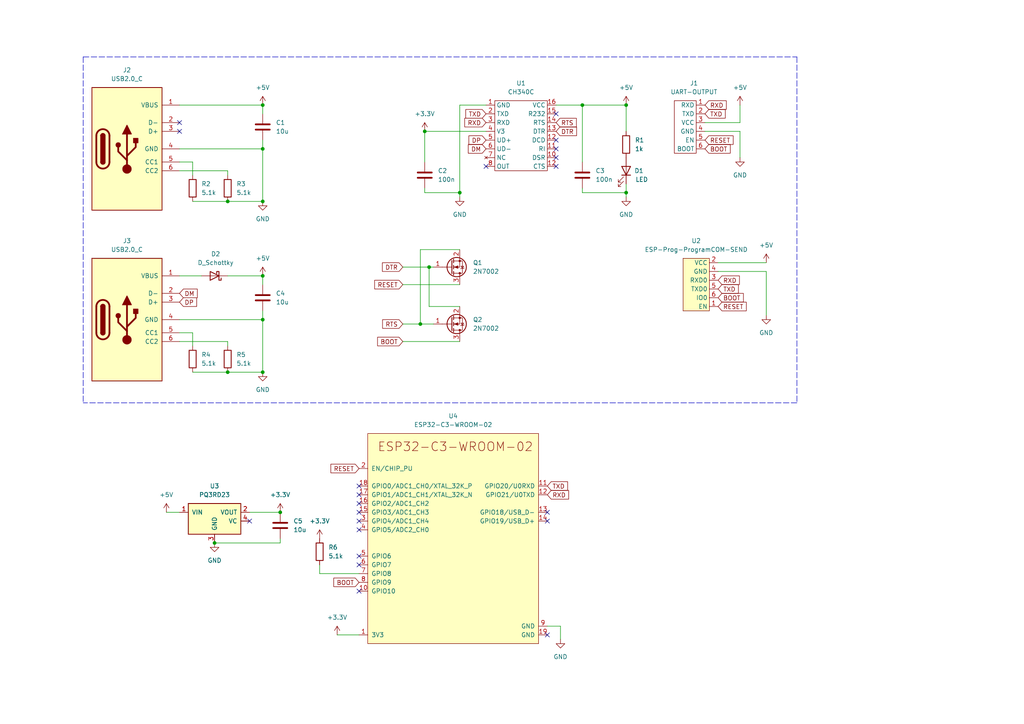
<source format=kicad_sch>
(kicad_sch (version 20211123) (generator eeschema)
  (paper "A4")
  (lib_symbols
    (symbol "$74th:ESP-Prog-ProgramCOM-SEND"
      (property "Reference" "J" (at 0 5.08 0))
      (property "Value" "ESP-Prog-ProgramCOM-SEND" (at 0 7.62 0))
      (symbol "ESP-Prog-ProgramCOM-SEND_0_1"
        (rectangle (start -3.81 3.81) (end 3.81 -11.43) (stroke (width 0.1524)) (fill (type background)))
      )
      (symbol "ESP-Prog-ProgramCOM-SEND_1_1"
        (pin input line (at 6.35 -10.16 180) (length 2.54) (name "EN") (number "1"))
        (pin power_in line (at 6.35 2.54 180) (length 2.54) (name "VCC") (number "2"))
        (pin output line (at 6.35 -2.54 180) (length 2.54) (name "RXD0") (number "3"))
        (pin power_in line (at 6.35 0 180) (length 2.54) (name "GND") (number "4"))
        (pin input line (at 6.35 -5.08 180) (length 2.54) (name "TXD0") (number "5"))
        (pin input line (at 6.35 -7.62 180) (length 2.54) (name "IO0") (number "6"))
      )
    )
    (symbol "$74th:PQ3RD23" (pin_names (offset 1.016))
      (property "Reference" "U" (at 0 0 0))
      (property "Value" "PQ3RD23" (at 0 2.54 0))
      (symbol "PQ3RD23_0_1"
        (rectangle (start -7.62 -1.27) (end 7.62 -10.16) (stroke (width 0.254)) (fill (type background)))
      )
      (symbol "PQ3RD23_1_1"
        (pin input line (at -10.16 -3.81 0) (length 2.54) (name "VIN") (number "1"))
        (pin input line (at 10.16 -3.81 180) (length 2.54) (name "VOUT") (number "2"))
        (pin input line (at 0 -12.7 90) (length 2.54) (name "GND") (number "3"))
        (pin input line (at 10.16 -6.35 180) (length 2.54) (name "VC") (number "4"))
      )
    )
    (symbol "Device:C" (pin_numbers hide) (pin_names (offset 0.254))
      (property "Reference" "C" (at 0.635 2.54 0))
      (property "Value" "C" (at 0.635 -2.54 0))
      (symbol "C_0_1"
        (polyline (pts (xy -2.032 -0.762) (xy 2.032 -0.762)) (stroke (width 0.508)))
        (polyline (pts (xy -2.032 0.762) (xy 2.032 0.762)) (stroke (width 0.508)))
      )
      (symbol "C_1_1"
        (pin passive line (at 0 3.81 270) (length 2.794) (name "~") (number "1"))
        (pin passive line (at 0 -3.81 90) (length 2.794) (name "~") (number "2"))
      )
    )
    (symbol "Device:D_Schottky" (pin_numbers hide) (pin_names (offset 1.016) hide)
      (property "Reference" "D" (at 0 2.54 0))
      (property "Value" "D_Schottky" (at 0 -2.54 0))
      (symbol "D_Schottky_0_1"
        (polyline (pts (xy 1.27 0) (xy -1.27 0)))
        (polyline (pts (xy 1.27 1.27) (xy 1.27 -1.27) (xy -1.27 0) (xy 1.27 1.27)) (stroke (width 0.254)))
        (polyline (pts (xy -1.905 0.635) (xy -1.905 1.27) (xy -1.27 1.27) (xy -1.27 -1.27) (xy -0.635 -1.27) (xy -0.635 -0.635)) (stroke (width 0.254)))
      )
      (symbol "D_Schottky_1_1"
        (pin passive line (at -3.81 0 0) (length 2.54) (name "K") (number "1"))
        (pin passive line (at 3.81 0 180) (length 2.54) (name "A") (number "2"))
      )
    )
    (symbol "Device:LED" (pin_numbers hide) (pin_names (offset 1.016) hide)
      (property "Reference" "D" (at 0 2.54 0))
      (property "Value" "LED" (at 0 -2.54 0))
      (symbol "LED_0_1"
        (polyline (pts (xy -1.27 -1.27) (xy -1.27 1.27)) (stroke (width 0.254)))
        (polyline (pts (xy -1.27 0) (xy 1.27 0)))
        (polyline (pts (xy 1.27 -1.27) (xy 1.27 1.27) (xy -1.27 0) (xy 1.27 -1.27)) (stroke (width 0.254)))
        (polyline (pts (xy -3.048 -0.762) (xy -4.572 -2.286) (xy -3.81 -2.286) (xy -4.572 -2.286) (xy -4.572 -1.524)))
        (polyline (pts (xy -1.778 -0.762) (xy -3.302 -2.286) (xy -2.54 -2.286) (xy -3.302 -2.286) (xy -3.302 -1.524)))
      )
      (symbol "LED_1_1"
        (pin passive line (at -3.81 0 0) (length 2.54) (name "K") (number "1"))
        (pin passive line (at 3.81 0 180) (length 2.54) (name "A") (number "2"))
      )
    )
    (symbol "Device:R" (pin_numbers hide) (pin_names (offset 0))
      (property "Reference" "R" (at 2.032 0 90))
      (property "Value" "R" (at 0 0 90))
      (symbol "R_0_1"
        (rectangle (start -1.016 -2.54) (end 1.016 2.54) (stroke (width 0.254)))
      )
      (symbol "R_1_1"
        (pin passive line (at 0 3.81 270) (length 1.27) (name "~") (number "1"))
        (pin passive line (at 0 -3.81 90) (length 1.27) (name "~") (number "2"))
      )
    )
    (symbol "Espressif:ESP32-C3-WROOM-02" (pin_names (offset 1.016))
      (property "Reference" "U" (at 0 33.02 0))
      (property "Value" "ESP32-C3-WROOM-02" (at 0 -30.48 0))
      (symbol "ESP32-C3-WROOM-02_0_0"
        (text "ESP32-C3-WROOM-02" (at 1.27 27.94 0) (effects (font (size 2.54 2.54))))
      )
      (symbol "ESP32-C3-WROOM-02_0_1"
        (rectangle (start -24.13 31.75) (end 25.4 -29.21) (fill (type background)))
      )
      (symbol "ESP32-C3-WROOM-02_1_1"
        (pin power_in line (at -26.67 -26.67 0) (length 2.54) (name "3V3") (number "1"))
        (pin bidirectional line (at -26.67 -13.97 0) (length 2.54) (name "GPIO10") (number "10"))
        (pin bidirectional line (at 27.94 16.51 180) (length 2.54) (name "GPIO20/U0RXD") (number "11"))
        (pin bidirectional line (at 27.94 13.97 180) (length 2.54) (name "GPIO21/U0TXD") (number "12"))
        (pin bidirectional line (at 27.94 8.89 180) (length 2.54) (name "GPIO18/USB_D-") (number "13"))
        (pin bidirectional line (at 27.94 6.35 180) (length 2.54) (name "GPIO19/USB_D+") (number "14"))
        (pin bidirectional line (at -26.67 8.89 0) (length 2.54) (name "GPIO3/ADC1_CH3") (number "15"))
        (pin bidirectional line (at -26.67 11.43 0) (length 2.54) (name "GPIO2/ADC1_CH2") (number "16"))
        (pin bidirectional line (at -26.67 13.97 0) (length 2.54) (name "GPIO1/ADC1_CH1/XTAL_32K_N") (number "17"))
        (pin bidirectional line (at -26.67 16.51 0) (length 2.54) (name "GPIO0/ADC1_CH0/XTAL_32K_P") (number "18"))
        (pin power_in line (at 27.94 -26.67 180) (length 2.54) (name "GND") (number "19"))
        (pin input line (at -26.67 21.59 0) (length 2.54) (name "EN/CHIP_PU") (number "2"))
        (pin bidirectional line (at -26.67 6.35 0) (length 2.54) (name "GPIO4/ADC1_CH4") (number "3"))
        (pin bidirectional line (at -26.67 3.81 0) (length 2.54) (name "GPIO5/ADC2_CH0") (number "4"))
        (pin bidirectional line (at -26.67 -3.81 0) (length 2.54) (name "GPIO6") (number "5"))
        (pin bidirectional line (at -26.67 -6.35 0) (length 2.54) (name "GPIO7") (number "6"))
        (pin bidirectional line (at -26.67 -8.89 0) (length 2.54) (name "GPIO8") (number "7"))
        (pin bidirectional line (at -26.67 -11.43 0) (length 2.54) (name "GPIO9") (number "8"))
        (pin power_in line (at 27.94 -24.13 180) (length 2.54) (name "GND") (number "9"))
      )
    )
    (symbol "Transistor_FET:2N7002" (pin_names hide)
      (property "Reference" "Q" (at 5.08 1.905 0))
      (property "Value" "2N7002" (at 5.08 0 0))
      (symbol "2N7002_0_1"
        (polyline (pts (xy 0.254 0) (xy -2.54 0)))
        (polyline (pts (xy 0.254 1.905) (xy 0.254 -1.905)) (stroke (width 0.254)))
        (polyline (pts (xy 0.762 -1.27) (xy 0.762 -2.286)) (stroke (width 0.254)))
        (polyline (pts (xy 0.762 0.508) (xy 0.762 -0.508)) (stroke (width 0.254)))
        (polyline (pts (xy 0.762 2.286) (xy 0.762 1.27)) (stroke (width 0.254)))
        (polyline (pts (xy 2.54 2.54) (xy 2.54 1.778)))
        (polyline (pts (xy 2.54 -2.54) (xy 2.54 0) (xy 0.762 0)))
        (polyline (pts (xy 0.762 -1.778) (xy 3.302 -1.778) (xy 3.302 1.778) (xy 0.762 1.778)))
        (polyline (pts (xy 1.016 0) (xy 2.032 0.381) (xy 2.032 -0.381) (xy 1.016 0)) (fill (type outline)))
        (polyline (pts (xy 2.794 0.508) (xy 2.921 0.381) (xy 3.683 0.381) (xy 3.81 0.254)))
        (polyline (pts (xy 3.302 0.381) (xy 2.921 -0.254) (xy 3.683 -0.254) (xy 3.302 0.381)))
        (circle (center 1.651 0) (radius 2.794) (stroke (width 0.254)))
        (circle (center 2.54 -1.778) (radius 0.254) (fill (type outline)))
        (circle (center 2.54 1.778) (radius 0.254) (fill (type outline)))
      )
      (symbol "2N7002_1_1"
        (pin input line (at -5.08 0 0) (length 2.54) (name "G") (number "1"))
        (pin passive line (at 2.54 -5.08 90) (length 2.54) (name "S") (number "2"))
        (pin passive line (at 2.54 5.08 270) (length 2.54) (name "D") (number "3"))
      )
    )
    (symbol "esp32-dev-board:CH340C"
      (property "Reference" "U" (at 0 7.62 0))
      (property "Value" "CH340C" (at 0 10.16 0))
      (symbol "CH340C_0_1"
        (rectangle (start -7.62 6.35) (end 7.62 -13.97) (stroke (width 0.1524)))
      )
      (symbol "CH340C_1_1"
        (pin power_in line (at -10.16 5.08 0) (length 2.54) (name "GND") (number "1"))
        (pin output line (at 10.16 -10.16 180) (length 2.54) (name "DSR") (number "10"))
        (pin output line (at 10.16 -7.62 180) (length 2.54) (name "RI") (number "11"))
        (pin output line (at 10.16 -12.7 180) (length 2.54) (name "CTS") (number "12"))
        (pin output line (at 10.16 -5.08 180) (length 2.54) (name "DCD") (number "12"))
        (pin output line (at 10.16 -2.54 180) (length 2.54) (name "DTR") (number "13"))
        (pin output line (at 10.16 0 180) (length 2.54) (name "RTS") (number "14"))
        (pin input line (at 10.16 2.54 180) (length 2.54) (name "R232") (number "15"))
        (pin power_in line (at 10.16 5.08 180) (length 2.54) (name "VCC") (number "16"))
        (pin output line (at -10.16 2.54 0) (length 2.54) (name "TXD") (number "2"))
        (pin input line (at -10.16 0 0) (length 2.54) (name "RXD") (number "3"))
        (pin power_out line (at -10.16 -2.54 0) (length 2.54) (name "V3") (number "4"))
        (pin bidirectional line (at -10.16 -5.08 0) (length 2.54) (name "UD+") (number "5"))
        (pin bidirectional line (at -10.16 -7.62 0) (length 2.54) (name "UD-") (number "6"))
        (pin no_connect line (at -10.16 -10.16 0) (length 2.54) (name "NC") (number "7"))
        (pin output line (at -10.16 -12.7 0) (length 2.54) (name "OUT") (number "8"))
      )
    )
    (symbol "esp32-dev-board:UART-OUTPUT"
      (property "Reference" "J" (at 0 1.27 0))
      (property "Value" "UART-OUTPUT" (at 0 2.54 0))
      (symbol "UART-OUTPUT_0_1"
        (rectangle (start 2.54 0) (end -3.81 -15.24) (stroke (width 0.1524)))
        (rectangle (start 7.62 -1.27) (end 7.62 -1.27) (stroke (width 0.1524)))
        (rectangle (start 7.62 -1.27) (end 7.62 -1.27) (stroke (width 0.1524)))
      )
      (symbol "UART-OUTPUT_1_1"
        (pin output line (at 5.08 -1.27 180) (length 2.54) (name "RXD") (number "1"))
        (pin input line (at 5.08 -3.81 180) (length 2.54) (name "TXD") (number "2"))
        (pin power_in line (at 5.08 -6.35 180) (length 2.54) (name "VCC") (number "3"))
        (pin power_in line (at 5.08 -8.89 180) (length 2.54) (name "GND") (number "4"))
        (pin input line (at 5.08 -11.43 180) (length 2.54) (name "EN") (number "5"))
        (pin input line (at 5.08 -13.97 180) (length 2.54) (name "BOOT") (number "6"))
      )
    )
    (symbol "esp32-dev-board:USB2.0_C" (pin_names (offset 1.016))
      (property "Reference" "J" (at -10.16 19.05 0))
      (property "Value" "USB2.0_C" (at 12.7 19.05 0))
      (symbol "USB2.0_C_0_1"
        (rectangle (start -10.16 17.78) (end 10.16 -17.78) (stroke (width 0.254)) (fill (type background)))
        (arc (start -8.89 -3.81) (mid -6.985 -5.715) (end -5.08 -3.81) (stroke (width 0.508)))
        (arc (start -7.62 -3.81) (mid -6.985 -4.445) (end -6.35 -3.81) (stroke (width 0.254)))
        (arc (start -7.62 -3.81) (mid -6.985 -4.445) (end -6.35 -3.81) (stroke (width 0.254)) (fill (type outline)))
        (rectangle (start -7.62 -3.81) (end -6.35 3.81) (stroke (width 0.254)) (fill (type outline)))
        (arc (start -6.35 3.81) (mid -6.985 4.445) (end -7.62 3.81) (stroke (width 0.254)))
        (arc (start -6.35 3.81) (mid -6.985 4.445) (end -7.62 3.81) (stroke (width 0.254)) (fill (type outline)))
        (arc (start -5.08 3.81) (mid -6.985 5.715) (end -8.89 3.81) (stroke (width 0.508)))
        (circle (center -2.54 1.143) (radius 0.635) (stroke (width 0.254)) (fill (type outline)))
        (circle (center 0 -5.842) (radius 1.27) (fill (type outline)))
        (polyline (pts (xy -8.89 -3.81) (xy -8.89 3.81)) (stroke (width 0.508)))
        (polyline (pts (xy -5.08 3.81) (xy -5.08 -3.81)) (stroke (width 0.508)))
        (polyline (pts (xy 0 -5.842) (xy 0 4.318)) (stroke (width 0.508)))
        (polyline (pts (xy 0 -3.302) (xy -2.54 -0.762) (xy -2.54 0.508)) (stroke (width 0.508)))
        (polyline (pts (xy 0 -2.032) (xy 2.54 0.508) (xy 2.54 1.778)) (stroke (width 0.508)))
        (polyline (pts (xy -1.27 4.318) (xy 0 6.858) (xy 1.27 4.318) (xy -1.27 4.318)) (stroke (width 0.254)) (fill (type outline)))
        (rectangle (start 1.905 1.778) (end 3.175 3.048) (stroke (width 0.254)) (fill (type outline)))
      )
      (symbol "USB2.0_C_1_1"
        (pin power_out line (at 15.24 12.7 180) (length 5.08) (name "VBUS") (number "1"))
        (pin bidirectional line (at 15.24 7.62 180) (length 5.08) (name "D-") (number "2"))
        (pin bidirectional line (at 15.24 5.08 180) (length 5.08) (name "D+") (number "3"))
        (pin power_out line (at 15.24 0 180) (length 5.08) (name "GND") (number "4"))
        (pin bidirectional line (at 15.24 -3.81 180) (length 5.08) (name "CC1") (number "5"))
        (pin bidirectional line (at 15.24 -6.35 180) (length 5.08) (name "CC2") (number "6"))
      )
    )
    (symbol "power:+3.3V" (power) (pin_names (offset 0))
      (property "Value" "+3.3V" (at 0 3.556 0))
      (symbol "+3.3V_0_1"
        (polyline (pts (xy -0.762 1.27) (xy 0 2.54)))
        (polyline (pts (xy 0 0) (xy 0 2.54)))
        (polyline (pts (xy 0 2.54) (xy 0.762 1.27)))
      )
      (symbol "+3.3V_1_1"
        (pin power_in line (at 0 0 90) (length 0) hide (name "+3.3V") (number "1"))
      )
    )
    (symbol "power:+5V" (power) (pin_names (offset 0))
      (property "Value" "+5V" (at 0 3.556 0))
      (symbol "+5V_0_1"
        (polyline (pts (xy -0.762 1.27) (xy 0 2.54)))
        (polyline (pts (xy 0 0) (xy 0 2.54)))
        (polyline (pts (xy 0 2.54) (xy 0.762 1.27)))
      )
      (symbol "+5V_1_1"
        (pin power_in line (at 0 0 90) (length 0) hide (name "+5V") (number "1"))
      )
    )
    (symbol "power:GND" (power) (pin_names (offset 0))
      (property "Value" "GND" (at 0 -3.81 0))
      (symbol "GND_0_1"
        (polyline (pts (xy 0 0) (xy 0 -1.27) (xy 1.27 -1.27) (xy 0 -2.54) (xy -1.27 -1.27) (xy 0 -1.27)))
      )
      (symbol "GND_1_1"
        (pin power_in line (at 0 0 270) (length 0) hide (name "GND") (number "1"))
      )
    )
  )
  (junction (at 62.23 157.48))
  (junction (at 76.2 58.42))
  (junction (at 76.2 92.71))
  (junction (at 76.2 107.95))
  (junction (at 76.2 43.18))
  (junction (at 168.91 30.48))
  (junction (at 123.19 38.1))
  (junction (at 66.04 58.42))
  (junction (at 76.2 30.48))
  (junction (at 66.04 107.95))
  (junction (at 181.61 30.48))
  (junction (at 124.46 77.47))
  (junction (at 121.92 93.98))
  (junction (at 181.61 55.88))
  (junction (at 133.35 55.88))
  (junction (at 76.2 80.01))
  (junction (at 81.28 148.59))
  (no_connect (at 161.29 43.18))
  (no_connect (at 52.07 35.56))
  (no_connect (at 161.29 40.64))
  (no_connect (at 158.75 184.15))
  (no_connect (at 161.29 33.02))
  (no_connect (at 72.39 151.13))
  (no_connect (at 140.97 48.26))
  (no_connect (at 158.75 148.59))
  (no_connect (at 158.75 151.13))
  (no_connect (at 161.29 45.72))
  (no_connect (at 104.14 153.67))
  (no_connect (at 104.14 171.45))
  (no_connect (at 104.14 163.83))
  (no_connect (at 104.14 161.29))
  (no_connect (at 104.14 151.13))
  (no_connect (at 104.14 148.59))
  (no_connect (at 104.14 146.05))
  (no_connect (at 104.14 143.51))
  (no_connect (at 104.14 140.97))
  (no_connect (at 52.07 38.1))
  (no_connect (at 161.29 48.26))
  (wire (pts (xy 52.07 30.48) (xy 76.2 30.48)))
  (polyline (pts (xy 231.14 116.84) (xy 24.13 116.84)))
  (wire (pts (xy 66.04 107.95) (xy 76.2 107.95)))
  (polyline (pts (xy 24.13 16.51) (xy 231.14 16.51)))
  (wire (pts (xy 162.56 181.61) (xy 162.56 185.42)))
  (wire (pts (xy 121.92 72.39) (xy 121.92 93.98)))
  (wire (pts (xy 72.39 148.59) (xy 81.28 148.59)))
  (wire (pts (xy 55.88 96.52) (xy 55.88 100.33)))
  (wire (pts (xy 168.91 30.48) (xy 168.91 46.99)))
  (wire (pts (xy 52.07 43.18) (xy 76.2 43.18)))
  (wire (pts (xy 81.28 157.48) (xy 62.23 157.48)))
  (wire (pts (xy 55.88 58.42) (xy 66.04 58.42)))
  (wire (pts (xy 66.04 80.01) (xy 76.2 80.01)))
  (wire (pts (xy 104.14 166.37) (xy 92.71 166.37)))
  (wire (pts (xy 133.35 57.15) (xy 133.35 55.88)))
  (wire (pts (xy 204.47 35.56) (xy 214.63 35.56)))
  (wire (pts (xy 133.35 30.48) (xy 133.35 55.88)))
  (wire (pts (xy 52.07 99.06) (xy 66.04 99.06)))
  (wire (pts (xy 52.07 92.71) (xy 76.2 92.71)))
  (wire (pts (xy 52.07 49.53) (xy 66.04 49.53)))
  (wire (pts (xy 124.46 77.47) (xy 125.73 77.47)))
  (wire (pts (xy 66.04 99.06) (xy 66.04 100.33)))
  (wire (pts (xy 208.28 78.74) (xy 222.25 78.74)))
  (wire (pts (xy 76.2 80.01) (xy 76.2 82.55)))
  (wire (pts (xy 52.07 96.52) (xy 55.88 96.52)))
  (wire (pts (xy 55.88 46.99) (xy 55.88 50.8)))
  (wire (pts (xy 76.2 40.64) (xy 76.2 43.18)))
  (wire (pts (xy 124.46 88.9) (xy 124.46 77.47)))
  (wire (pts (xy 121.92 93.98) (xy 125.73 93.98)))
  (wire (pts (xy 55.88 107.95) (xy 66.04 107.95)))
  (wire (pts (xy 81.28 156.21) (xy 81.28 157.48)))
  (wire (pts (xy 168.91 54.61) (xy 168.91 55.88)))
  (wire (pts (xy 92.71 166.37) (xy 92.71 163.83)))
  (wire (pts (xy 66.04 58.42) (xy 76.2 58.42)))
  (wire (pts (xy 222.25 78.74) (xy 222.25 91.44)))
  (wire (pts (xy 204.47 38.1) (xy 214.63 38.1)))
  (wire (pts (xy 208.28 76.2) (xy 222.25 76.2)))
  (wire (pts (xy 214.63 35.56) (xy 214.63 30.48)))
  (wire (pts (xy 52.07 46.99) (xy 55.88 46.99)))
  (wire (pts (xy 140.97 38.1) (xy 123.19 38.1)))
  (wire (pts (xy 76.2 92.71) (xy 76.2 107.95)))
  (wire (pts (xy 133.35 55.88) (xy 123.19 55.88)))
  (wire (pts (xy 76.2 43.18) (xy 76.2 58.42)))
  (wire (pts (xy 66.04 49.53) (xy 66.04 50.8)))
  (wire (pts (xy 140.97 30.48) (xy 133.35 30.48)))
  (wire (pts (xy 116.84 93.98) (xy 121.92 93.98)))
  (wire (pts (xy 168.91 30.48) (xy 181.61 30.48)))
  (wire (pts (xy 116.84 99.06) (xy 133.35 99.06)))
  (wire (pts (xy 181.61 53.34) (xy 181.61 55.88)))
  (wire (pts (xy 133.35 88.9) (xy 124.46 88.9)))
  (polyline (pts (xy 231.14 16.51) (xy 231.14 116.84)))
  (wire (pts (xy 123.19 38.1) (xy 123.19 46.99)))
  (wire (pts (xy 161.29 30.48) (xy 168.91 30.48)))
  (wire (pts (xy 181.61 57.15) (xy 181.61 55.88)))
  (wire (pts (xy 168.91 55.88) (xy 181.61 55.88)))
  (wire (pts (xy 158.75 181.61) (xy 162.56 181.61)))
  (wire (pts (xy 181.61 30.48) (xy 181.61 38.1)))
  (wire (pts (xy 116.84 77.47) (xy 124.46 77.47)))
  (wire (pts (xy 116.84 82.55) (xy 133.35 82.55)))
  (wire (pts (xy 48.26 148.59) (xy 52.07 148.59)))
  (polyline (pts (xy 24.13 16.51) (xy 24.13 116.84)))
  (wire (pts (xy 97.79 184.15) (xy 104.14 184.15)))
  (wire (pts (xy 214.63 38.1) (xy 214.63 45.72)))
  (wire (pts (xy 76.2 30.48) (xy 76.2 33.02)))
  (wire (pts (xy 52.07 80.01) (xy 58.42 80.01)))
  (wire (pts (xy 123.19 55.88) (xy 123.19 54.61)))
  (wire (pts (xy 76.2 90.17) (xy 76.2 92.71)))
  (wire (pts (xy 133.35 72.39) (xy 121.92 72.39)))
  (global_label "DP" (shape input) (at 140.97 40.64 180) (property "シート間のリファレンス" "${INTERSHEET_REFS}" (effects hide)))
  (global_label "RXD" (shape input) (at 208.28 81.28 0) (property "シート間のリファレンス" "${INTERSHEET_REFS}" (effects hide)))
  (global_label "RTS" (shape input) (at 161.29 35.56 0) (property "シート間のリファレンス" "${INTERSHEET_REFS}" (effects hide)))
  (global_label "BOOT" (shape input) (at 204.47 43.18 0) (property "シート間のリファレンス" "${INTERSHEET_REFS}" (effects hide)))
  (global_label "DTR" (shape input) (at 116.84 77.47 180) (property "シート間のリファレンス" "${INTERSHEET_REFS}" (effects hide)))
  (global_label "RXD" (shape input) (at 140.97 35.56 180) (property "シート間のリファレンス" "${INTERSHEET_REFS}" (effects hide)))
  (global_label "DM" (shape input) (at 52.07 85.09 0) (property "シート間のリファレンス" "${INTERSHEET_REFS}" (effects hide)))
  (global_label "RESET" (shape input) (at 104.14 135.89 180) (property "シート間のリファレンス" "${INTERSHEET_REFS}" (effects hide)))
  (global_label "RESET" (shape input) (at 208.28 88.9 0) (property "シート間のリファレンス" "${INTERSHEET_REFS}" (effects hide)))
  (global_label "DP" (shape input) (at 52.07 87.63 0) (property "シート間のリファレンス" "${INTERSHEET_REFS}" (effects hide)))
  (global_label "RXD" (shape input) (at 204.47 30.48 0) (property "シート間のリファレンス" "${INTERSHEET_REFS}" (effects hide)))
  (global_label "DTR" (shape input) (at 161.29 38.1 0) (property "シート間のリファレンス" "${INTERSHEET_REFS}" (effects hide)))
  (global_label "RESET" (shape input) (at 116.84 82.55 180) (property "シート間のリファレンス" "${INTERSHEET_REFS}" (effects hide)))
  (global_label "TXD" (shape input) (at 158.75 140.97 0) (property "シート間のリファレンス" "${INTERSHEET_REFS}" (effects hide)))
  (global_label "TXD" (shape input) (at 208.28 83.82 0) (property "シート間のリファレンス" "${INTERSHEET_REFS}" (effects hide)))
  (global_label "RXD" (shape input) (at 158.75 143.51 0) (property "シート間のリファレンス" "${INTERSHEET_REFS}" (effects hide)))
  (global_label "BOOT" (shape input) (at 208.28 86.36 0) (property "シート間のリファレンス" "${INTERSHEET_REFS}" (effects hide)))
  (global_label "DM" (shape input) (at 140.97 43.18 180) (property "シート間のリファレンス" "${INTERSHEET_REFS}" (effects hide)))
  (global_label "RESET" (shape input) (at 204.47 40.64 0) (property "シート間のリファレンス" "${INTERSHEET_REFS}" (effects hide)))
  (global_label "BOOT" (shape input) (at 104.14 168.91 180) (property "シート間のリファレンス" "${INTERSHEET_REFS}" (effects hide)))
  (global_label "RTS" (shape input) (at 116.84 93.98 180) (property "シート間のリファレンス" "${INTERSHEET_REFS}" (effects hide)))
  (global_label "TXD" (shape input) (at 140.97 33.02 180) (property "シート間のリファレンス" "${INTERSHEET_REFS}" (effects hide)))
  (global_label "BOOT" (shape input) (at 116.84 99.06 180) (property "シート間のリファレンス" "${INTERSHEET_REFS}" (effects hide)))
  (global_label "TXD" (shape input) (at 204.47 33.02 0) (property "シート間のリファレンス" "${INTERSHEET_REFS}" (effects hide)))
  (symbol (lib_id "power:+5V") (at 76.2 80.01 0) (unit 1)
    (property "Reference" "#PWR010" (effects hide))
    (property "Value" "+5V" (at 76.2 74.93 0))
  )
  (symbol (lib_id "esp32-dev-board:UART-OUTPUT") (at 199.39 29.21 0) (unit 1)
    (property "Reference" "J1" (at 201.295 24.13 0))
    (property "Value" "UART-OUTPUT" (at 201.295 26.67 0))
    (property "Footprint" "esp32-dev-board:UART" (effects hide))
  )
  (symbol (lib_id "Device:R") (at 66.04 54.61 0) (unit 1)
    (property "Reference" "R3" (at 68.58 53.3399 0) (effects (justify left)))
    (property "Value" "5.1k" (at 68.58 55.8799 0) (effects (justify left)))
    (property "Footprint" "$74th:Register_0805_2012" (effects hide))
  )
  (symbol (lib_id "power:GND") (at 62.23 157.48 0) (unit 1)
    (property "Reference" "#PWR016" (effects hide))
    (property "Value" "GND" (at 62.23 162.56 0))
  )
  (symbol (lib_id "Device:R") (at 181.61 41.91 0) (unit 1)
    (property "Reference" "R1" (at 184.15 40.6399 0) (effects (justify left)))
    (property "Value" "1k" (at 184.15 43.1799 0) (effects (justify left)))
    (property "Footprint" "$74th:Register_0805_2012" (effects hide))
  )
  (symbol (lib_id "Device:C") (at 123.19 50.8 0) (unit 1)
    (property "Reference" "C2" (at 127 49.5299 0) (effects (justify left)))
    (property "Value" "100n" (at 127 52.0699 0) (effects (justify left)))
    (property "Footprint" "$74th:Capacitor_0805_2012" (effects hide))
  )
  (symbol (lib_id "power:GND") (at 162.56 185.42 0) (unit 1)
    (property "Reference" "#PWR018" (effects hide))
    (property "Value" "GND" (at 162.56 190.5 0))
  )
  (symbol (lib_id "Device:R") (at 55.88 54.61 0) (unit 1)
    (property "Reference" "R2" (at 58.42 53.3399 0) (effects (justify left)))
    (property "Value" "5.1k" (at 58.42 55.8799 0) (effects (justify left)))
    (property "Footprint" "$74th:Register_0805_2012" (effects hide))
  )
  (symbol (lib_id "power:GND") (at 76.2 58.42 0) (unit 1)
    (property "Reference" "#PWR08" (effects hide))
    (property "Value" "GND" (at 76.2 63.5 0))
  )
  (symbol (lib_id "power:GND") (at 76.2 107.95 0) (unit 1)
    (property "Reference" "#PWR012" (effects hide))
    (property "Value" "GND" (at 76.2 113.03 0))
  )
  (symbol (lib_id "power:+5V") (at 181.61 30.48 0) (unit 1)
    (property "Reference" "#PWR02" (effects hide))
    (property "Value" "+5V" (at 181.61 25.4 0))
  )
  (symbol (lib_id "Device:R") (at 55.88 104.14 0) (unit 1)
    (property "Reference" "R4" (at 58.42 102.8699 0) (effects (justify left)))
    (property "Value" "5.1k" (at 58.42 105.4099 0) (effects (justify left)))
    (property "Footprint" "$74th:Register_0805_2012" (effects hide))
  )
  (symbol (lib_id "Espressif:ESP32-C3-WROOM-02") (at 130.81 157.48 0) (unit 1)
    (property "Reference" "U4" (at 131.445 120.65 0))
    (property "Value" "ESP32-C3-WROOM-02" (at 131.445 123.19 0))
    (property "Footprint" "Espressif:ESP32-C3-WROOM-02" (effects hide))
    (property "Datasheet" "https://www.espressif.com/sites/default/files/documentation/esp32-c3-wroom-02_datasheet_en.pdf" (effects hide))
  )
  (symbol (lib_id "$74th:PQ3RD23") (at 62.23 144.78 0) (unit 1)
    (property "Reference" "U3" (at 62.23 140.97 0))
    (property "Value" "PQ3RD23" (at 62.23 143.51 0))
  )
  (symbol (lib_id "power:+3.3V") (at 97.79 184.15 0) (unit 1)
    (property "Reference" "#PWR017" (effects hide))
    (property "Value" "+3.3V" (at 97.79 179.07 0))
  )
  (symbol (lib_id "esp32-dev-board:CH340C") (at 151.13 35.56 0) (unit 1)
    (property "Reference" "U1" (at 151.13 24.13 0))
    (property "Value" "CH340C" (at 151.13 26.67 0))
    (property "Footprint" "Package_SO:SOP-16_3.9x9.9mm_P1.27mm" (effects hide))
  )
  (symbol (lib_id "Device:C") (at 81.28 152.4 0) (unit 1)
    (property "Reference" "C5" (at 85.09 151.1299 0) (effects (justify left)))
    (property "Value" "10u" (at 85.09 153.6699 0) (effects (justify left)))
  )
  (symbol (lib_id "Device:R") (at 66.04 104.14 0) (unit 1)
    (property "Reference" "R5" (at 68.58 102.8699 0) (effects (justify left)))
    (property "Value" "5.1k" (at 68.58 105.4099 0) (effects (justify left)))
    (property "Footprint" "$74th:Register_0805_2012" (effects hide))
  )
  (symbol (lib_id "esp32-dev-board:USB2.0_C") (at 36.83 43.18 0) (unit 1)
    (property "Reference" "J2" (at 36.83 20.32 0))
    (property "Value" "USB2.0_C" (at 36.83 22.86 0))
    (property "Footprint" "$74th:USB-C-12-Pin-MidMount-ali-v4" (effects hide))
    (property "Datasheet" "https://www.usb.org/sites/default/files/documents/usb_type-c.zip" (effects hide))
  )
  (symbol (lib_id "Device:LED") (at 181.61 49.53 270) (mirror x) (unit 1)
    (property "Reference" "D1" (at 186.69 49.53 90) (effects (justify right)))
    (property "Value" "LED" (at 187.96 52.07 90) (effects (justify right)))
    (property "Footprint" "$74th:LED_0805_2012Metric_Pad1.15x1.40mm_HandSolder" (effects hide))
  )
  (symbol (lib_id "power:+3.3V") (at 92.71 156.21 0) (unit 1)
    (property "Reference" "#PWR015" (effects hide))
    (property "Value" "+3.3V" (at 92.71 151.13 0))
  )
  (symbol (lib_id "power:+5V") (at 48.26 148.59 0) (unit 1)
    (property "Reference" "#PWR013" (effects hide))
    (property "Value" "+5V" (at 48.26 143.51 0))
  )
  (symbol (lib_id "power:+3.3V") (at 81.28 148.59 0) (unit 1)
    (property "Reference" "#PWR014" (effects hide))
    (property "Value" "+3.3V" (at 81.28 143.51 0))
  )
  (symbol (lib_id "power:+3.3V") (at 123.19 38.1 0) (unit 1)
    (property "Reference" "#PWR04" (effects hide))
    (property "Value" "+3.3V" (at 123.19 33.02 0))
  )
  (symbol (lib_id "power:GND") (at 222.25 91.44 0) (unit 1)
    (property "Reference" "#PWR011" (effects hide))
    (property "Value" "GND" (at 222.25 96.52 0))
  )
  (symbol (lib_id "Device:C") (at 76.2 86.36 0) (unit 1)
    (property "Reference" "C4" (at 80.01 85.0899 0) (effects (justify left)))
    (property "Value" "10u" (at 80.01 87.6299 0) (effects (justify left)))
    (property "Footprint" "$74th:Capacitor_0805_2012" (effects hide))
  )
  (symbol (lib_id "Transistor_FET:2N7002") (at 130.81 93.98 0) (mirror x) (unit 1)
    (property "Reference" "Q2" (at 137.16 92.7099 0) (effects (justify left)))
    (property "Value" "2N7002" (at 137.16 95.2499 0) (effects (justify left)))
    (property "Footprint" "Package_TO_SOT_SMD:SOT-23" (effects hide))
    (property "Datasheet" "https://www.onsemi.com/pub/Collateral/NDS7002A-D.PDF" (effects hide))
  )
  (symbol (lib_id "power:GND") (at 133.35 57.15 0) (unit 1)
    (property "Reference" "#PWR06" (effects hide))
    (property "Value" "GND" (at 133.35 62.23 0))
  )
  (symbol (lib_id "Transistor_FET:2N7002") (at 130.81 77.47 0) (mirror x) (unit 1)
    (property "Reference" "Q1" (at 137.16 76.1999 0) (effects (justify left)))
    (property "Value" "2N7002" (at 137.16 78.7399 0) (effects (justify left)))
    (property "Footprint" "Package_TO_SOT_SMD:SOT-23" (effects hide))
    (property "Datasheet" "https://www.onsemi.com/pub/Collateral/NDS7002A-D.PDF" (effects hide))
  )
  (symbol (lib_id "Device:R") (at 92.71 160.02 0) (unit 1)
    (property "Reference" "R6" (at 95.25 158.7499 0) (effects (justify left)))
    (property "Value" "5.1k" (at 95.25 161.2899 0) (effects (justify left)))
    (property "Footprint" "$74th:Register_0805_2012" (effects hide))
  )
  (symbol (lib_id "esp32-dev-board:USB2.0_C") (at 36.83 92.71 0) (unit 1)
    (property "Reference" "J3" (at 36.83 69.85 0))
    (property "Value" "USB2.0_C" (at 36.83 72.39 0))
    (property "Footprint" "$74th:USB-C-12-Pin-MidMount-ali-v4" (effects hide))
    (property "Datasheet" "https://www.usb.org/sites/default/files/documents/usb_type-c.zip" (effects hide))
  )
  (symbol (lib_id "Device:C") (at 76.2 36.83 0) (unit 1)
    (property "Reference" "C1" (at 80.01 35.5599 0) (effects (justify left)))
    (property "Value" "10u" (at 80.01 38.0999 0) (effects (justify left)))
    (property "Footprint" "$74th:Capacitor_0805_2012" (effects hide))
  )
  (symbol (lib_id "Device:D_Schottky") (at 62.23 80.01 180) (unit 1)
    (property "Reference" "D2" (at 62.5475 73.66 0))
    (property "Value" "D_Schottky" (at 62.5475 76.2 0))
    (property "Footprint" "$74th:D_SMA" (effects hide))
  )
  (symbol (lib_id "power:+5V") (at 76.2 30.48 0) (unit 1)
    (property "Reference" "#PWR01" (effects hide))
    (property "Value" "+5V" (at 76.2 25.4 0))
  )
  (symbol (lib_id "power:+5V") (at 222.25 76.2 0) (unit 1)
    (property "Reference" "#PWR09" (effects hide))
    (property "Value" "+5V" (at 222.25 71.12 0))
  )
  (symbol (lib_id "power:+5V") (at 214.63 30.48 0) (unit 1)
    (property "Reference" "#PWR03" (effects hide))
    (property "Value" "+5V" (at 214.63 25.4 0))
  )
  (symbol (lib_id "$74th:ESP-Prog-ProgramCOM-SEND") (at 201.93 78.74 0) (unit 1)
    (property "Reference" "U2" (at 201.93 69.85 0))
    (property "Value" "ESP-Prog-ProgramCOM-SEND" (at 201.93 72.39 0))
    (property "Footprint" "$74th:BoxPinHeader_2x03_P1.27mm_Vertical" (effects hide))
  )
  (symbol (lib_id "power:GND") (at 181.61 57.15 0) (unit 1)
    (property "Reference" "#PWR07" (effects hide))
    (property "Value" "GND" (at 181.61 62.23 0))
  )
  (symbol (lib_id "power:GND") (at 214.63 45.72 0) (unit 1)
    (property "Reference" "#PWR05" (effects hide))
    (property "Value" "GND" (at 214.63 50.8 0))
  )
  (symbol (lib_id "Device:C") (at 168.91 50.8 0) (unit 1)
    (property "Reference" "C3" (at 172.72 49.53 0) (effects (justify left)))
    (property "Value" "100n" (at 172.72 52.07 0) (effects (justify left)))
    (property "Footprint" "$74th:Capacitor_0805_2012" (effects hide))
  )
)
</source>
